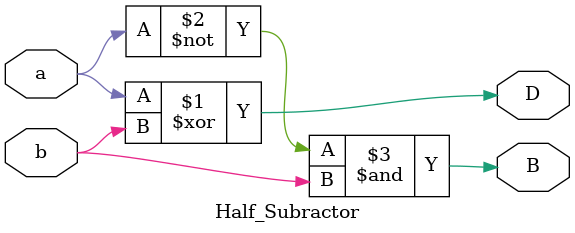
<source format=v>
`timescale 1ns / 1ps


module Half_Subractor(input a,b,output D,B);
  assign D = a ^ b;
  assign B = ~a & b;
endmodule

</source>
